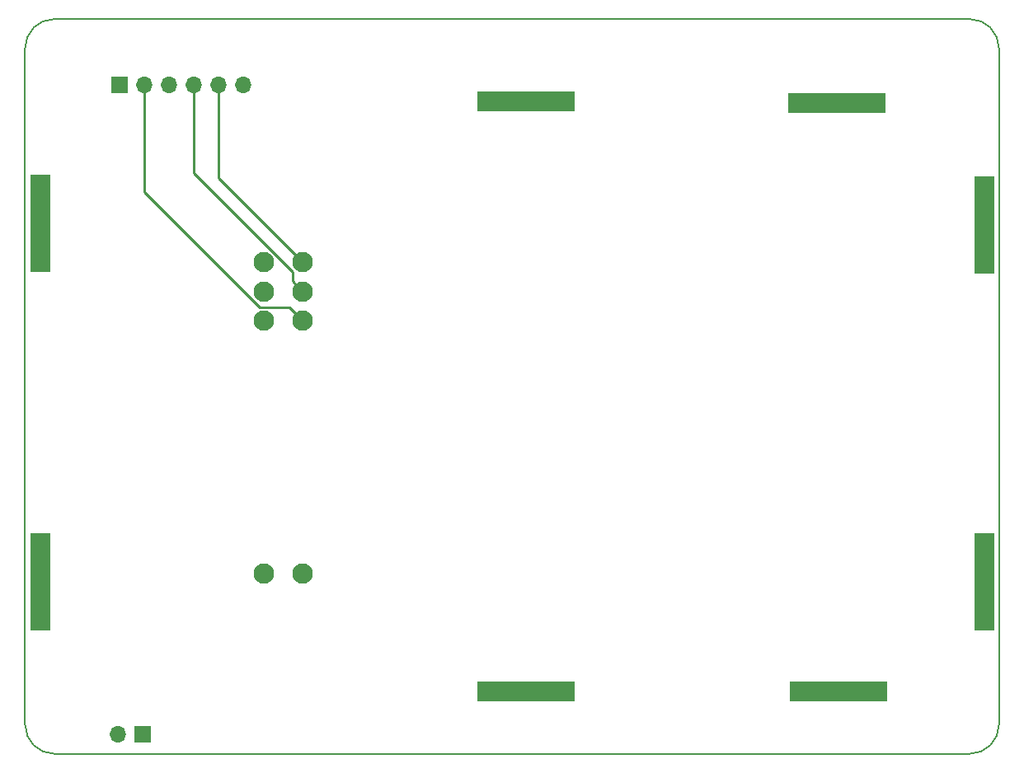
<source format=gbr>
%TF.GenerationSoftware,KiCad,Pcbnew,5.0.1*%
%TF.CreationDate,2019-01-19T14:59:35-06:00*%
%TF.ProjectId,NFCJig,4E46434A69672E6B696361645F706362,rev?*%
%TF.SameCoordinates,Original*%
%TF.FileFunction,Copper,L2,Bot,Signal*%
%TF.FilePolarity,Positive*%
%FSLAX46Y46*%
G04 Gerber Fmt 4.6, Leading zero omitted, Abs format (unit mm)*
G04 Created by KiCad (PCBNEW 5.0.1) date Sat 19 Jan 2019 02:59:35 PM CST*
%MOMM*%
%LPD*%
G01*
G04 APERTURE LIST*
%ADD10C,0.150000*%
%ADD11R,1.700000X1.700000*%
%ADD12O,1.700000X1.700000*%
%ADD13C,2.100000*%
%ADD14R,2.100000X10.000000*%
%ADD15R,10.000000X2.100000*%
%ADD16C,0.250000*%
G04 APERTURE END LIST*
D10*
X207000000Y-131500000D02*
X207000000Y-131000000D01*
X107000000Y-131500000D02*
X107000000Y-131000000D01*
X107000000Y-62000000D02*
X107000000Y-67000000D01*
X207000000Y-62000000D02*
X207000000Y-67000000D01*
X204000000Y-134500000D02*
X110000000Y-134500000D01*
X110000000Y-59000000D02*
X204000000Y-59000000D01*
X107000000Y-131000000D02*
X107000000Y-67000000D01*
X207000000Y-67000000D02*
X207000000Y-131000000D01*
X207000000Y-131500000D02*
G75*
G02X204000000Y-134500000I-3000000J0D01*
G01*
X110000000Y-134500000D02*
G75*
G02X107000000Y-131500000I0J3000000D01*
G01*
X107000000Y-62000000D02*
G75*
G02X110000000Y-59000000I3000000J0D01*
G01*
X204000000Y-59000000D02*
G75*
G02X207000000Y-62000000I0J-3000000D01*
G01*
D11*
X119040000Y-132500000D03*
D12*
X116500000Y-132500000D03*
D11*
X116680000Y-65740000D03*
D12*
X119220000Y-65740000D03*
X121760000Y-65740000D03*
X124300000Y-65740000D03*
X126840000Y-65740000D03*
X129380000Y-65740000D03*
D13*
X135500000Y-115990000D03*
X131500000Y-115990000D03*
X135500000Y-89990000D03*
X131500000Y-89990000D03*
X135500000Y-86990000D03*
X131500000Y-86990000D03*
X135500000Y-83990000D03*
X131500000Y-83990000D03*
D14*
X108550000Y-116800000D03*
D15*
X158450000Y-128050000D03*
X190500000Y-128050000D03*
D14*
X205500000Y-116800000D03*
X205500000Y-80150000D03*
D15*
X190350000Y-67650000D03*
X158450000Y-67500000D03*
D14*
X108550000Y-80000000D03*
D16*
X119220000Y-70740000D02*
X119220000Y-65740000D01*
X119220000Y-76745002D02*
X119220000Y-70740000D01*
X131089997Y-88614999D02*
X119220000Y-76745002D01*
X135500000Y-89990000D02*
X134124999Y-88614999D01*
X134124999Y-88614999D02*
X131089997Y-88614999D01*
X134450001Y-85940001D02*
X135500000Y-86990000D01*
X134450001Y-84975003D02*
X134450001Y-85940001D01*
X124300000Y-74825002D02*
X134450001Y-84975003D01*
X124300000Y-70740000D02*
X124300000Y-74825002D01*
X124300000Y-70740000D02*
X124300000Y-65740000D01*
X126840000Y-75330000D02*
X135500000Y-83990000D01*
X126840000Y-70740000D02*
X126840000Y-75330000D01*
X126840000Y-70740000D02*
X126840000Y-65740000D01*
M02*

</source>
